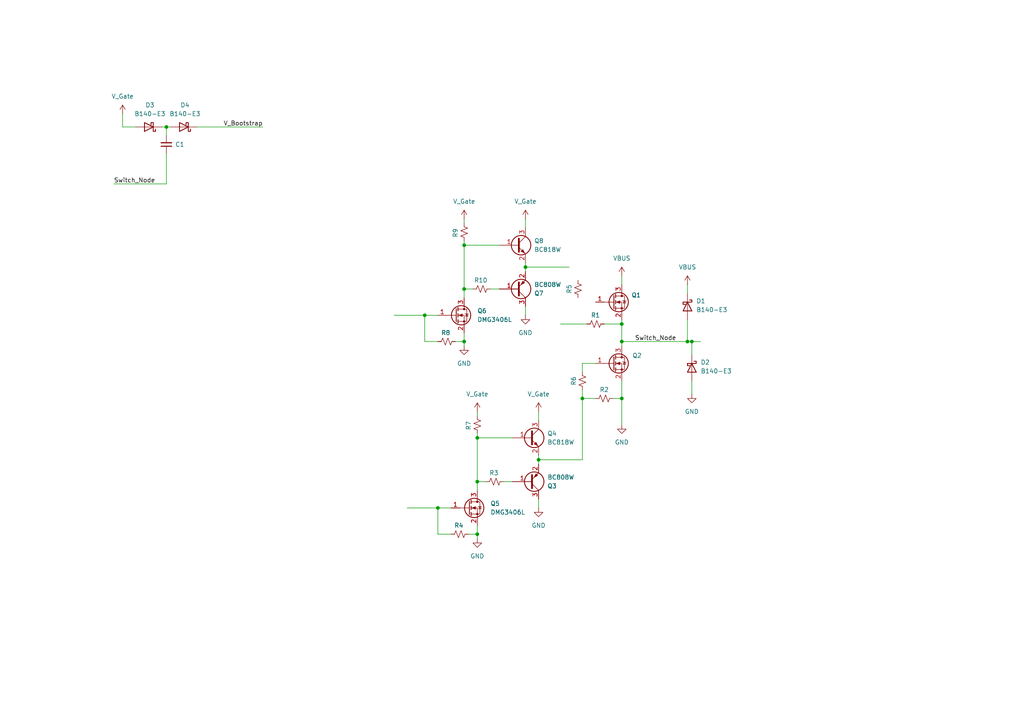
<source format=kicad_sch>
(kicad_sch (version 20231120) (generator "eeschema") (generator_version "8.0")
  (paper "A4")
  (lib_symbols
    (symbol "Device:C_Small" (pin_numbers hide) (pin_names (offset 0.254) hide)
      (property "Reference" "C" (at 0.254 1.778 0))
      (property "Value" "C_Small" (at 0.254 -2.032 0))
      (symbol "C_Small_0_1"
        (polyline (pts (xy -1.524 -0.508) (xy 1.524 -0.508)) (stroke (width 0.3302)))
        (polyline (pts (xy -1.524 0.508) (xy 1.524 0.508)) (stroke (width 0.3048)))
      )
      (symbol "C_Small_1_1"
        (pin passive line (at 0 2.54 270) (length 2.032) (name "~") (number "1"))
        (pin passive line (at 0 -2.54 90) (length 2.032) (name "~") (number "2"))
      )
    )
    (symbol "Device:R_Small_US" (pin_numbers hide) (pin_names (offset 0.254) hide)
      (property "Reference" "R" (at 0.762 0.508 0))
      (property "Value" "R_Small_US" (at 0.762 -1.016 0))
      (symbol "R_Small_US_1_1"
        (polyline (pts (xy 0 0) (xy 1.016 -0.381) (xy 0 -0.762) (xy -1.016 -1.143) (xy 0 -1.524)))
        (polyline (pts (xy 0 1.524) (xy 1.016 1.143) (xy 0 0.762) (xy -1.016 0.381) (xy 0 0)))
        (pin passive line (at 0 2.54 270) (length 1.016) (name "~") (number "1"))
        (pin passive line (at 0 -2.54 90) (length 1.016) (name "~") (number "2"))
      )
    )
    (symbol "Diode:B140-E3" (pin_numbers hide) (pin_names hide)
      (property "Reference" "D" (at 0 2.54 0))
      (property "Value" "B140-E3" (at 0 -2.54 0))
      (symbol "B140-E3_0_1"
        (polyline (pts (xy 1.27 0) (xy -1.27 0)))
        (polyline (pts (xy 1.27 1.27) (xy 1.27 -1.27) (xy -1.27 0) (xy 1.27 1.27)) (stroke (width 0.254)))
        (polyline (pts (xy -1.905 0.635) (xy -1.905 1.27) (xy -1.27 1.27) (xy -1.27 -1.27) (xy -0.635 -1.27) (xy -0.635 -0.635)) (stroke (width 0.254)))
      )
      (symbol "B140-E3_1_1"
        (pin passive line (at -3.81 0 0) (length 2.54) (name "K") (number "1"))
        (pin passive line (at 3.81 0 180) (length 2.54) (name "A") (number "2"))
      )
    )
    (symbol "Transistor_BJT:BC808W" (pin_names (offset 0) hide)
      (property "Reference" "Q" (at 5.08 1.905 0))
      (property "Value" "BC808W" (at 5.08 0 0))
      (symbol "BC808W_0_1"
        (polyline (pts (xy 0.635 0.635) (xy 2.54 2.54)))
        (polyline (pts (xy 0.635 -0.635) (xy 2.54 -2.54) (xy 2.54 -2.54)))
        (polyline (pts (xy 0.635 1.905) (xy 0.635 -1.905) (xy 0.635 -1.905)) (stroke (width 0.508)))
        (polyline (pts (xy 2.286 -1.778) (xy 1.778 -2.286) (xy 1.27 -1.27) (xy 2.286 -1.778) (xy 2.286 -1.778)) (fill (type outline)))
        (circle (center 1.27 0) (radius 2.8194) (stroke (width 0.254)))
      )
      (symbol "BC808W_1_1"
        (pin input line (at -5.08 0 0) (length 5.715) (name "B") (number "1"))
        (pin passive line (at 2.54 -5.08 90) (length 2.54) (name "E") (number "2"))
        (pin passive line (at 2.54 5.08 270) (length 2.54) (name "C") (number "3"))
      )
    )
    (symbol "Transistor_BJT:BC818W" (pin_names (offset 0) hide)
      (property "Reference" "Q" (at 5.08 1.905 0))
      (property "Value" "BC818W" (at 5.08 0 0))
      (symbol "BC818W_0_1"
        (polyline (pts (xy 0.635 0.635) (xy 2.54 2.54)))
        (polyline (pts (xy 0.635 -0.635) (xy 2.54 -2.54) (xy 2.54 -2.54)))
        (polyline (pts (xy 0.635 1.905) (xy 0.635 -1.905) (xy 0.635 -1.905)) (stroke (width 0.508)))
        (polyline (pts (xy 1.27 -1.778) (xy 1.778 -1.27) (xy 2.286 -2.286) (xy 1.27 -1.778) (xy 1.27 -1.778)) (fill (type outline)))
        (circle (center 1.27 0) (radius 2.8194) (stroke (width 0.254)))
      )
      (symbol "BC818W_1_1"
        (pin input line (at -5.08 0 0) (length 5.715) (name "B") (number "1"))
        (pin passive line (at 2.54 -5.08 90) (length 2.54) (name "E") (number "2"))
        (pin passive line (at 2.54 5.08 270) (length 2.54) (name "C") (number "3"))
      )
    )
    (symbol "Transistor_FET:DMG3406L" (pin_names hide)
      (property "Reference" "Q" (at 5.08 1.905 0))
      (property "Value" "DMG3406L" (at 5.08 0 0))
      (symbol "DMG3406L_0_1"
        (polyline (pts (xy 0.254 0) (xy -2.54 0)))
        (polyline (pts (xy 0.254 1.905) (xy 0.254 -1.905)) (stroke (width 0.254)))
        (polyline (pts (xy 0.762 -1.27) (xy 0.762 -2.286)) (stroke (width 0.254)))
        (polyline (pts (xy 0.762 0.508) (xy 0.762 -0.508)) (stroke (width 0.254)))
        (polyline (pts (xy 0.762 2.286) (xy 0.762 1.27)) (stroke (width 0.254)))
        (polyline (pts (xy 2.54 2.54) (xy 2.54 1.778)))
        (polyline (pts (xy 2.54 -2.54) (xy 2.54 0) (xy 0.762 0)))
        (polyline (pts (xy 0.762 -1.778) (xy 3.302 -1.778) (xy 3.302 1.778) (xy 0.762 1.778)))
        (polyline (pts (xy 1.016 0) (xy 2.032 0.381) (xy 2.032 -0.381) (xy 1.016 0)) (fill (type outline)))
        (polyline (pts (xy 2.794 0.508) (xy 2.921 0.381) (xy 3.683 0.381) (xy 3.81 0.254)))
        (polyline (pts (xy 3.302 0.381) (xy 2.921 -0.254) (xy 3.683 -0.254) (xy 3.302 0.381)))
        (circle (center 1.651 0) (radius 2.794) (stroke (width 0.254)))
        (circle (center 2.54 -1.778) (radius 0.254) (fill (type outline)))
        (circle (center 2.54 1.778) (radius 0.254) (fill (type outline)))
      )
      (symbol "DMG3406L_1_1"
        (pin input line (at -5.08 0 0) (length 2.54) (name "G") (number "1"))
        (pin passive line (at 2.54 -5.08 90) (length 2.54) (name "S") (number "2"))
        (pin passive line (at 2.54 5.08 270) (length 2.54) (name "D") (number "3"))
      )
    )
    (symbol "Transistor_FET:DMN61D8LQ" (pin_names hide)
      (property "Reference" "Q" (at 5.08 1.905 0))
      (property "Value" "DMN61D8LQ" (at 5.08 0 0))
      (symbol "DMN61D8LQ_0_1"
        (polyline (pts (xy 0.254 0) (xy -2.54 0)))
        (polyline (pts (xy 0.254 1.905) (xy 0.254 -1.905)) (stroke (width 0.254)))
        (polyline (pts (xy 0.762 -1.27) (xy 0.762 -2.286)) (stroke (width 0.254)))
        (polyline (pts (xy 0.762 0.508) (xy 0.762 -0.508)) (stroke (width 0.254)))
        (polyline (pts (xy 0.762 2.286) (xy 0.762 1.27)) (stroke (width 0.254)))
        (polyline (pts (xy 2.54 2.54) (xy 2.54 1.778)))
        (polyline (pts (xy 2.54 -2.54) (xy 2.54 0) (xy 0.762 0)))
        (polyline (pts (xy 0.762 -1.778) (xy 3.302 -1.778) (xy 3.302 1.778) (xy 0.762 1.778)))
        (polyline (pts (xy 1.016 0) (xy 2.032 0.381) (xy 2.032 -0.381) (xy 1.016 0)) (fill (type outline)))
        (polyline (pts (xy 2.794 0.508) (xy 2.921 0.381) (xy 3.683 0.381) (xy 3.81 0.254)))
        (polyline (pts (xy 3.302 0.381) (xy 2.921 -0.254) (xy 3.683 -0.254) (xy 3.302 0.381)))
        (circle (center 1.651 0) (radius 2.794) (stroke (width 0.254)))
        (circle (center 2.54 -1.778) (radius 0.254) (fill (type outline)))
        (circle (center 2.54 1.778) (radius 0.254) (fill (type outline)))
      )
      (symbol "DMN61D8LQ_1_1"
        (pin input line (at -5.08 0 0) (length 2.54) (name "G") (number "1"))
        (pin passive line (at 2.54 -5.08 90) (length 2.54) (name "S") (number "2"))
        (pin passive line (at 2.54 5.08 270) (length 2.54) (name "D") (number "3"))
      )
    )
    (symbol "power:GND" (power) (pin_numbers hide) (pin_names (offset 0) hide)
      (property "Value" "GND" (at 0 -3.81 0))
      (symbol "GND_0_1"
        (polyline (pts (xy 0 0) (xy 0 -1.27) (xy 1.27 -1.27) (xy 0 -2.54) (xy -1.27 -1.27) (xy 0 -1.27)))
      )
      (symbol "GND_1_1"
        (pin power_in line (at 0 0 270) (length 0) (name "~") (number "1"))
      )
    )
    (symbol "power:VBUS" (power) (pin_numbers hide) (pin_names (offset 0) hide)
      (property "Value" "VBUS" (at 0 3.556 0))
      (symbol "VBUS_0_1"
        (polyline (pts (xy -0.762 1.27) (xy 0 2.54)))
        (polyline (pts (xy 0 0) (xy 0 2.54)))
        (polyline (pts (xy 0 2.54) (xy 0.762 1.27)))
      )
      (symbol "VBUS_1_1"
        (pin power_in line (at 0 0 90) (length 0) (name "~") (number "1"))
      )
    )
    (symbol "power:VD" (power) (pin_numbers hide) (pin_names (offset 0) hide)
      (property "Value" "VD" (at 0 3.556 0))
      (symbol "VD_0_1"
        (polyline (pts (xy -0.762 1.27) (xy 0 2.54)))
        (polyline (pts (xy 0 0) (xy 0 2.54)))
        (polyline (pts (xy 0 2.54) (xy 0.762 1.27)))
      )
      (symbol "VD_1_1"
        (pin power_in line (at 0 0 90) (length 0) (name "~") (number "1"))
      )
    )
  )
  (junction (at 48.26 36.83))
  (junction (at 199.39 99.06))
  (junction (at 168.91 115.57))
  (junction (at 134.62 99.06))
  (junction (at 138.43 154.94))
  (junction (at 138.43 127))
  (junction (at 127 147.32))
  (junction (at 180.34 115.57))
  (junction (at 138.43 139.7))
  (junction (at 200.66 99.06))
  (junction (at 156.21 133.35))
  (junction (at 180.34 99.06))
  (junction (at 123.19 91.44))
  (junction (at 180.34 93.98))
  (junction (at 134.62 71.12))
  (junction (at 152.4 77.47))
  (junction (at 134.62 83.82))
  (wire (pts (xy 134.62 63.5) (xy 134.62 64.77)))
  (wire (pts (xy 137.16 83.82) (xy 134.62 83.82)))
  (wire (pts (xy 168.91 105.41) (xy 172.72 105.41)))
  (wire (pts (xy 35.56 36.83) (xy 39.37 36.83)))
  (wire (pts (xy 156.21 133.35) (xy 156.21 134.62)))
  (wire (pts (xy 142.24 83.82) (xy 144.78 83.82)))
  (wire (pts (xy 48.26 36.83) (xy 46.99 36.83)))
  (wire (pts (xy 180.34 92.71) (xy 180.34 93.98)))
  (wire (pts (xy 199.39 92.71) (xy 199.39 99.06)))
  (wire (pts (xy 180.34 115.57) (xy 180.34 123.19)))
  (wire (pts (xy 168.91 115.57) (xy 168.91 133.35)))
  (wire (pts (xy 180.34 99.06) (xy 199.39 99.06)))
  (wire (pts (xy 180.34 80.01) (xy 180.34 82.55)))
  (wire (pts (xy 200.66 99.06) (xy 200.66 102.87)))
  (wire (pts (xy 127 154.94) (xy 127 147.32)))
  (wire (pts (xy 138.43 127) (xy 148.59 127)))
  (wire (pts (xy 135.89 154.94) (xy 138.43 154.94)))
  (wire (pts (xy 152.4 77.47) (xy 165.1 77.47)))
  (wire (pts (xy 200.66 99.06) (xy 203.2 99.06)))
  (wire (pts (xy 199.39 85.09) (xy 199.39 82.55)))
  (wire (pts (xy 175.26 93.98) (xy 180.34 93.98)))
  (wire (pts (xy 57.15 36.83) (xy 76.2 36.83)))
  (wire (pts (xy 152.4 63.5) (xy 152.4 66.04)))
  (wire (pts (xy 134.62 83.82) (xy 134.62 86.36)))
  (wire (pts (xy 146.05 139.7) (xy 148.59 139.7)))
  (wire (pts (xy 180.34 110.49) (xy 180.34 115.57)))
  (wire (pts (xy 132.08 99.06) (xy 134.62 99.06)))
  (wire (pts (xy 180.34 99.06) (xy 180.34 100.33)))
  (wire (pts (xy 134.62 99.06) (xy 134.62 100.33)))
  (wire (pts (xy 156.21 119.38) (xy 156.21 121.92)))
  (wire (pts (xy 200.66 110.49) (xy 200.66 114.3)))
  (wire (pts (xy 162.56 93.98) (xy 170.18 93.98)))
  (wire (pts (xy 134.62 96.52) (xy 134.62 99.06)))
  (wire (pts (xy 199.39 99.06) (xy 200.66 99.06)))
  (wire (pts (xy 156.21 132.08) (xy 156.21 133.35)))
  (wire (pts (xy 127 147.32) (xy 130.81 147.32)))
  (wire (pts (xy 134.62 71.12) (xy 134.62 83.82)))
  (wire (pts (xy 138.43 119.38) (xy 138.43 120.65)))
  (wire (pts (xy 152.4 76.2) (xy 152.4 77.47)))
  (wire (pts (xy 138.43 152.4) (xy 138.43 154.94)))
  (wire (pts (xy 180.34 93.98) (xy 180.34 99.06)))
  (wire (pts (xy 156.21 144.78) (xy 156.21 147.32)))
  (wire (pts (xy 138.43 125.73) (xy 138.43 127)))
  (wire (pts (xy 130.81 154.94) (xy 127 154.94)))
  (wire (pts (xy 48.26 39.37) (xy 48.26 36.83)))
  (wire (pts (xy 35.56 33.02) (xy 35.56 36.83)))
  (wire (pts (xy 48.26 44.45) (xy 48.26 53.34)))
  (wire (pts (xy 123.19 91.44) (xy 127 91.44)))
  (wire (pts (xy 152.4 88.9) (xy 152.4 91.44)))
  (wire (pts (xy 168.91 105.41) (xy 168.91 107.95)))
  (wire (pts (xy 168.91 113.03) (xy 168.91 115.57)))
  (wire (pts (xy 172.72 115.57) (xy 168.91 115.57)))
  (wire (pts (xy 134.62 71.12) (xy 144.78 71.12)))
  (wire (pts (xy 180.34 115.57) (xy 177.8 115.57)))
  (wire (pts (xy 134.62 69.85) (xy 134.62 71.12)))
  (wire (pts (xy 123.19 99.06) (xy 123.19 91.44)))
  (wire (pts (xy 114.3 91.44) (xy 123.19 91.44)))
  (wire (pts (xy 138.43 154.94) (xy 138.43 156.21)))
  (wire (pts (xy 33.02 53.34) (xy 48.26 53.34)))
  (wire (pts (xy 48.26 36.83) (xy 49.53 36.83)))
  (wire (pts (xy 118.11 147.32) (xy 127 147.32)))
  (wire (pts (xy 138.43 127) (xy 138.43 139.7)))
  (wire (pts (xy 152.4 77.47) (xy 152.4 78.74)))
  (wire (pts (xy 127 99.06) (xy 123.19 99.06)))
  (wire (pts (xy 138.43 139.7) (xy 138.43 142.24)))
  (wire (pts (xy 140.97 139.7) (xy 138.43 139.7)))
  (wire (pts (xy 156.21 133.35) (xy 168.91 133.35)))
  (label "V_Bootstrap" (at 76.2 36.83 180))
  (label "Switch_Node" (at 33.02 53.34 0))
  (label "Switch_Node" (at 184.15 99.06 0))
  (symbol (lib_id "Device:R_Small_US") (at 143.51 139.7 90) (unit 1)
    (property "Reference" "R3" (at 143.256 137.16 90))
    (property "Value" "10k" (effects (hide yes)))
    (property "Description" "Resistor, small US symbol" (effects (hide yes)))
  )
  (symbol (lib_id "Transistor_BJT:BC808W") (at 153.67 139.7 0) (mirror x) (unit 1)
    (property "Reference" "Q3" (at 158.75 140.9701 0) (effects (justify left)))
    (property "Value" "BC808W" (at 158.75 138.4301 0) (effects (justify left)))
    (property "Footprint" "Package_TO_SOT_SMD:SOT-323_SC-70" (effects (hide yes)))
    (property "Datasheet" "https://www.onsemi.com/pub/Collateral/BC808-D.pdf" (effects (hide yes)))
    (property "Description" "0.8A Ic, 25V Vce, PNP Transistor, SOT-323" (effects (hide yes)))
  )
  (symbol (lib_id "Diode:B140-E3") (at 200.66 106.68 270) (unit 1)
    (property "Reference" "D2" (at 203.2 105.0924 90) (effects (justify left)))
    (property "Value" "B140-E3" (at 203.2 107.6324 90) (effects (justify left)))
    (property "Footprint" "Diode_SMD:D_SMA" (effects (hide yes)))
    (property "Datasheet" "http://www.vishay.com/docs/88946/b120.pdf" (effects (hide yes)))
    (property "Description" "40V 1A Schottky Barrier Rectifier Diode, SMA(DO-214AC)" (effects (hide yes)))
  )
  (symbol (lib_id "power:GND") (at 180.34 123.19 0) (unit 1)
    (property "Reference" "#PWR01" (effects (hide yes)))
    (property "Value" "GND" (at 180.34 128.27 0))
    (property "Description" "Power symbol creates a global label with name \"GND\" , ground" (effects (hide yes)))
  )
  (symbol (lib_id "Transistor_FET:DMN61D8LQ") (at 177.8 87.63 0) (unit 1)
    (property "Reference" "Q1" (at 183.134 85.598 0) (effects (justify left)))
    (property "Value" "DMN61D8LQ" (effects (hide yes)))
    (property "Footprint" "Package_TO_SOT_SMD:SOT-23" (effects (hide yes)))
    (property "Datasheet" "https://www.diodes.com/assets/Datasheets/DMN61D8LQ.pdf" (effects (hide yes)))
    (property "Description" "60V Vds, 0.470A Id, N-Channel MOSFET for switching inductive loads , SOT-23" (effects (hide yes)))
  )
  (symbol (lib_id "Device:R_Small_US") (at 167.64 83.82 180) (unit 1)
    (property "Reference" "R5" (at 165.1 83.82 90))
    (property "Value" "10k" (effects (hide yes)))
    (property "Description" "Resistor, small US symbol" (effects (hide yes)))
  )
  (symbol (lib_id "Diode:B140-E3") (at 43.18 36.83 180) (unit 1)
    (property "Reference" "D3" (at 43.4975 30.48 0))
    (property "Value" "B140-E3" (at 43.4975 33.02 0))
    (property "Footprint" "Diode_SMD:D_SMA" (effects (hide yes)))
    (property "Datasheet" "http://www.vishay.com/docs/88946/b120.pdf" (effects (hide yes)))
    (property "Description" "40V 1A Schottky Barrier Rectifier Diode, SMA(DO-214AC)" (effects (hide yes)))
  )
  (symbol (lib_id "power:VD") (at 138.43 119.38 0) (unit 1)
    (property "Reference" "#PWR06" (effects (hide yes)))
    (property "Value" "V_Gate" (at 138.43 114.3 0))
    (property "Description" "Power symbol creates a global label with name \"VD\"" (effects (hide yes)))
  )
  (symbol (lib_id "power:VD") (at 35.56 33.02 0) (unit 1)
    (property "Reference" "#PWR04" (effects (hide yes)))
    (property "Value" "V_Gate" (at 35.56 27.94 0))
    (property "Description" "Power symbol creates a global label with name \"VD\"" (effects (hide yes)))
  )
  (symbol (lib_id "Transistor_BJT:BC818W") (at 149.86 71.12 0) (unit 1)
    (property "Reference" "Q8" (at 154.94 69.8499 0) (effects (justify left)))
    (property "Value" "BC818W" (at 154.94 72.3899 0) (effects (justify left)))
    (property "Footprint" "Package_TO_SOT_SMD:SOT-323_SC-70" (effects (hide yes)))
    (property "Datasheet" "https://www.onsemi.com/pub/Collateral/BC818-D.pdf" (effects (hide yes)))
    (property "Description" "0.8A Ic, 25V Vce, NPN Transistor, SOT-323" (effects (hide yes)))
  )
  (symbol (lib_id "Device:R_Small_US") (at 129.54 99.06 90) (unit 1)
    (property "Reference" "R8" (at 129.286 96.52 90))
    (property "Value" "10k" (effects (hide yes)))
    (property "Description" "Resistor, small US symbol" (effects (hide yes)))
  )
  (symbol (lib_id "Diode:B140-E3") (at 199.39 88.9 270) (unit 1)
    (property "Reference" "D1" (at 201.93 87.3124 90) (effects (justify left)))
    (property "Value" "B140-E3" (at 201.93 89.8524 90) (effects (justify left)))
    (property "Footprint" "Diode_SMD:D_SMA" (effects (hide yes)))
    (property "Datasheet" "http://www.vishay.com/docs/88946/b120.pdf" (effects (hide yes)))
    (property "Description" "40V 1A Schottky Barrier Rectifier Diode, SMA(DO-214AC)" (effects (hide yes)))
  )
  (symbol (lib_id "power:GND") (at 200.66 114.3 0) (unit 1)
    (property "Reference" "#PWR02" (effects (hide yes)))
    (property "Value" "GND" (at 200.66 119.38 0))
    (property "Description" "Power symbol creates a global label with name \"GND\" , ground" (effects (hide yes)))
  )
  (symbol (lib_id "power:VBUS") (at 199.39 82.55 0) (unit 1)
    (property "Reference" "#PWR03" (effects (hide yes)))
    (property "Value" "VBUS" (at 199.39 77.47 0))
    (property "Description" "Power symbol creates a global label with name \"VBUS\"" (effects (hide yes)))
  )
  (symbol (lib_id "power:VD") (at 152.4 63.5 0) (unit 1)
    (property "Reference" "#PWR012" (effects (hide yes)))
    (property "Value" "V_Gate" (at 152.4 58.42 0))
    (property "Description" "Power symbol creates a global label with name \"VD\"" (effects (hide yes)))
  )
  (symbol (lib_id "Device:R_Small_US") (at 175.26 115.57 90) (unit 1)
    (property "Reference" "R2" (at 175.26 113.03 90))
    (property "Value" "10k" (effects (hide yes)))
    (property "Description" "Resistor, small US symbol" (effects (hide yes)))
  )
  (symbol (lib_id "power:GND") (at 134.62 100.33 0) (unit 1)
    (property "Reference" "#PWR011" (effects (hide yes)))
    (property "Value" "GND" (at 134.62 105.41 0))
    (property "Description" "Power symbol creates a global label with name \"GND\" , ground" (effects (hide yes)))
  )
  (symbol (lib_id "power:VD") (at 134.62 63.5 0) (unit 1)
    (property "Reference" "#PWR010" (effects (hide yes)))
    (property "Value" "V_Gate" (at 134.62 58.42 0))
    (property "Description" "Power symbol creates a global label with name \"VD\"" (effects (hide yes)))
  )
  (symbol (lib_id "Transistor_BJT:BC808W") (at 149.86 83.82 0) (mirror x) (unit 1)
    (property "Reference" "Q7" (at 154.94 85.0901 0) (effects (justify left)))
    (property "Value" "BC808W" (at 154.94 82.5501 0) (effects (justify left)))
    (property "Footprint" "Package_TO_SOT_SMD:SOT-323_SC-70" (effects (hide yes)))
    (property "Datasheet" "https://www.onsemi.com/pub/Collateral/BC808-D.pdf" (effects (hide yes)))
    (property "Description" "0.8A Ic, 25V Vce, PNP Transistor, SOT-323" (effects (hide yes)))
  )
  (symbol (lib_id "Device:R_Small_US") (at 168.91 110.49 180) (unit 1)
    (property "Reference" "R6" (at 166.37 110.49 90))
    (property "Value" "10k" (effects (hide yes)))
    (property "Description" "Resistor, small US symbol" (effects (hide yes)))
  )
  (symbol (lib_id "Diode:B140-E3") (at 53.34 36.83 180) (unit 1)
    (property "Reference" "D4" (at 53.6575 30.48 0))
    (property "Value" "B140-E3" (at 53.6575 33.02 0))
    (property "Footprint" "Diode_SMD:D_SMA" (effects (hide yes)))
    (property "Datasheet" "http://www.vishay.com/docs/88946/b120.pdf" (effects (hide yes)))
    (property "Description" "40V 1A Schottky Barrier Rectifier Diode, SMA(DO-214AC)" (effects (hide yes)))
  )
  (symbol (lib_id "Transistor_FET:DMN61D8LQ") (at 177.8 105.41 0) (unit 1)
    (property "Reference" "Q2" (at 183.388 103.124 0) (effects (justify left)))
    (property "Value" "DMN61D8LQ" (effects (hide yes)))
    (property "Footprint" "Package_TO_SOT_SMD:SOT-23" (effects (hide yes)))
    (property "Datasheet" "https://www.diodes.com/assets/Datasheets/DMN61D8LQ.pdf" (effects (hide yes)))
    (property "Description" "60V Vds, 0.470A Id, N-Channel MOSFET for switching inductive loads , SOT-23" (effects (hide yes)))
  )
  (symbol (lib_id "power:VD") (at 156.21 119.38 0) (unit 1)
    (property "Reference" "#PWR07" (effects (hide yes)))
    (property "Value" "V_Gate" (at 156.21 114.3 0))
    (property "Description" "Power symbol creates a global label with name \"VD\"" (effects (hide yes)))
  )
  (symbol (lib_id "Device:R_Small_US") (at 133.35 154.94 90) (unit 1)
    (property "Reference" "R4" (at 133.096 152.4 90))
    (property "Value" "10k" (effects (hide yes)))
    (property "Description" "Resistor, small US symbol" (effects (hide yes)))
  )
  (symbol (lib_id "Device:R_Small_US") (at 139.7 83.82 90) (unit 1)
    (property "Reference" "R10" (at 139.446 81.28 90))
    (property "Value" "10k" (effects (hide yes)))
    (property "Description" "Resistor, small US symbol" (effects (hide yes)))
  )
  (symbol (lib_id "Device:R_Small_US") (at 138.43 123.19 180) (unit 1)
    (property "Reference" "R7" (at 135.89 123.444 90))
    (property "Value" "10k" (effects (hide yes)))
    (property "Description" "Resistor, small US symbol" (effects (hide yes)))
  )
  (symbol (lib_id "Device:R_Small_US") (at 134.62 67.31 180) (unit 1)
    (property "Reference" "R9" (at 132.08 67.564 90))
    (property "Value" "10k" (effects (hide yes)))
    (property "Description" "Resistor, small US symbol" (effects (hide yes)))
  )
  (symbol (lib_id "Transistor_FET:DMG3406L") (at 135.89 147.32 0) (unit 1)
    (property "Reference" "Q5" (at 142.24 146.0499 0) (effects (justify left)))
    (property "Value" "DMG3406L" (at 142.24 148.5899 0) (effects (justify left)))
    (property "Footprint" "Package_TO_SOT_SMD:SOT-23" (effects (hide yes)))
    (property "Datasheet" "http://www.diodes.com/assets/Datasheets/DMG3406L.pdf" (effects (hide yes)))
    (property "Description" "3.6A Id, 30V Vds, N-Channel MOSFET, SOT-23" (effects (hide yes)))
  )
  (symbol (lib_id "Transistor_BJT:BC818W") (at 153.67 127 0) (unit 1)
    (property "Reference" "Q4" (at 158.75 125.7299 0) (effects (justify left)))
    (property "Value" "BC818W" (at 158.75 128.2699 0) (effects (justify left)))
    (property "Footprint" "Package_TO_SOT_SMD:SOT-323_SC-70" (effects (hide yes)))
    (property "Datasheet" "https://www.onsemi.com/pub/Collateral/BC818-D.pdf" (effects (hide yes)))
    (property "Description" "0.8A Ic, 25V Vce, NPN Transistor, SOT-323" (effects (hide yes)))
  )
  (symbol (lib_id "Device:C_Small") (at 48.26 41.91 180) (unit 1)
    (property "Reference" "C1" (at 50.8 41.9035 0) (effects (justify right)))
    (property "Value" "C_Small" (effects (hide yes)))
    (property "Description" "Unpolarized capacitor, small symbol" (effects (hide yes)))
  )
  (symbol (lib_id "power:GND") (at 156.21 147.32 0) (unit 1)
    (property "Reference" "#PWR08" (effects (hide yes)))
    (property "Value" "GND" (at 156.21 152.4 0))
    (property "Description" "Power symbol creates a global label with name \"GND\" , ground" (effects (hide yes)))
  )
  (symbol (lib_id "Transistor_FET:DMG3406L") (at 132.08 91.44 0) (unit 1)
    (property "Reference" "Q6" (at 138.43 90.1699 0) (effects (justify left)))
    (property "Value" "DMG3406L" (at 138.43 92.7099 0) (effects (justify left)))
    (property "Footprint" "Package_TO_SOT_SMD:SOT-23" (effects (hide yes)))
    (property "Datasheet" "http://www.diodes.com/assets/Datasheets/DMG3406L.pdf" (effects (hide yes)))
    (property "Description" "3.6A Id, 30V Vds, N-Channel MOSFET, SOT-23" (effects (hide yes)))
  )
  (symbol (lib_id "Device:R_Small_US") (at 172.72 93.98 90) (unit 1)
    (property "Reference" "R1" (at 172.72 91.44 90))
    (property "Value" "10k" (effects (hide yes)))
    (property "Description" "Resistor, small US symbol" (effects (hide yes)))
  )
  (symbol (lib_id "power:GND") (at 152.4 91.44 0) (unit 1)
    (property "Reference" "#PWR013" (effects (hide yes)))
    (property "Value" "GND" (at 152.4 96.52 0))
    (property "Description" "Power symbol creates a global label with name \"GND\" , ground" (effects (hide yes)))
  )
  (symbol (lib_id "power:VBUS") (at 180.34 80.01 0) (unit 1)
    (property "Reference" "#PWR05" (effects (hide yes)))
    (property "Value" "VBUS" (at 180.34 74.93 0))
    (property "Description" "Power symbol creates a global label with name \"VBUS\"" (effects (hide yes)))
  )
  (symbol (lib_id "power:GND") (at 138.43 156.21 0) (unit 1)
    (property "Reference" "#PWR09" (effects (hide yes)))
    (property "Value" "GND" (at 138.43 161.29 0))
    (property "Description" "Power symbol creates a global label with name \"GND\" , ground" (effects (hide yes)))
  )
)
</source>
